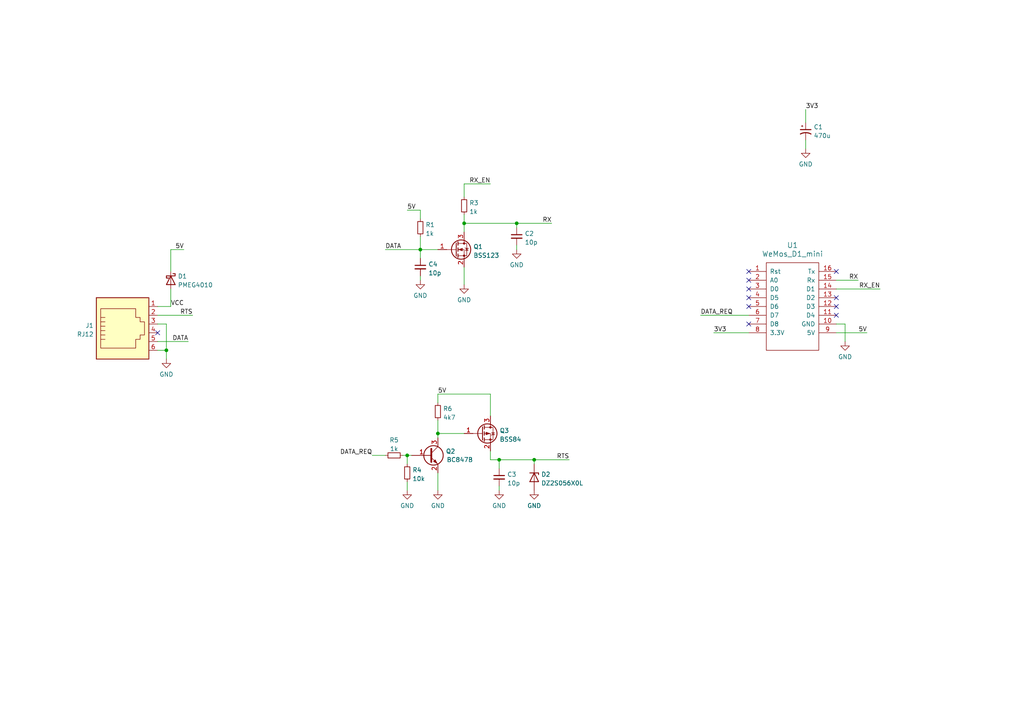
<source format=kicad_sch>
(kicad_sch (version 20211123) (generator eeschema)
  (paper "A4")
  (lib_symbols
    (symbol "Connector:RJ12" (pin_names (offset 1.016))
      (property "Reference" "J" (at -5.08 11.43 0))
      (property "Value" "RJ12" (at 2.54 11.43 0))
      (symbol "RJ12_0_1"
        (polyline (pts (xy -6.35 -1.905) (xy -5.08 -1.905) (xy -5.08 -1.905)))
        (polyline (pts (xy -6.35 -0.635) (xy -5.08 -0.635) (xy -5.08 -0.635)))
        (polyline (pts (xy -6.35 0.635) (xy -5.08 0.635) (xy -5.08 0.635)))
        (polyline (pts (xy -6.35 1.905) (xy -5.08 1.905) (xy -5.08 1.905)))
        (polyline (pts (xy -6.35 3.175) (xy -5.08 3.175) (xy -5.08 3.175)))
        (polyline (pts (xy -5.08 4.445) (xy -6.35 4.445) (xy -6.35 4.445)))
        (polyline (pts (xy -6.35 -4.445) (xy -6.35 6.985) (xy 3.81 6.985) (xy 3.81 4.445) (xy 5.08 4.445) (xy 5.08 3.175) (xy 6.35 3.175) (xy 6.35 -0.635) (xy 5.08 -0.635) (xy 5.08 -1.905) (xy 3.81 -1.905) (xy 3.81 -4.445) (xy -6.35 -4.445) (xy -6.35 -4.445)))
        (rectangle (start 7.62 10.16) (end -7.62 -7.62) (stroke (width 0.254)) (fill (type background)))
      )
      (symbol "RJ12_1_1"
        (pin passive line (at 10.16 -5.08 180) (length 2.54) (name "~") (number "1"))
        (pin passive line (at 10.16 -2.54 180) (length 2.54) (name "~") (number "2"))
        (pin passive line (at 10.16 0 180) (length 2.54) (name "~") (number "3"))
        (pin passive line (at 10.16 2.54 180) (length 2.54) (name "~") (number "4"))
        (pin passive line (at 10.16 5.08 180) (length 2.54) (name "~") (number "5"))
        (pin passive line (at 10.16 7.62 180) (length 2.54) (name "~") (number "6"))
      )
    )
    (symbol "Diode:DZ2S056X0L" (pin_numbers hide) (pin_names hide)
      (property "Reference" "D" (at 0 2.54 0))
      (property "Value" "DZ2S056X0L" (at 0 -2.54 0))
      (symbol "DZ2S056X0L_0_1"
        (polyline (pts (xy 1.27 0) (xy -1.27 0)))
        (polyline (pts (xy -1.27 -1.27) (xy -1.27 1.27) (xy -0.762 1.27)) (stroke (width 0.254)))
        (polyline (pts (xy 1.27 -1.27) (xy 1.27 1.27) (xy -1.27 0) (xy 1.27 -1.27)) (stroke (width 0.254)))
      )
      (symbol "DZ2S056X0L_1_1"
        (pin passive line (at -3.81 0 0) (length 2.54) (name "K") (number "1"))
        (pin passive line (at 3.81 0 180) (length 2.54) (name "A") (number "2"))
      )
    )
    (symbol "Transistor_BJT:BC847" (pin_names (offset 0) hide)
      (property "Reference" "Q" (at 5.08 1.905 0))
      (property "Value" "BC847" (at 5.08 0 0))
      (symbol "BC847_0_1"
        (polyline (pts (xy 0.635 0.635) (xy 2.54 2.54)))
        (polyline (pts (xy 0.635 -0.635) (xy 2.54 -2.54) (xy 2.54 -2.54)))
        (polyline (pts (xy 0.635 1.905) (xy 0.635 -1.905) (xy 0.635 -1.905)) (stroke (width 0.508)))
        (polyline (pts (xy 1.27 -1.778) (xy 1.778 -1.27) (xy 2.286 -2.286) (xy 1.27 -1.778) (xy 1.27 -1.778)) (fill (type outline)))
        (circle (center 1.27 0) (radius 2.8194) (stroke (width 0.254)))
      )
      (symbol "BC847_1_1"
        (pin input line (at -5.08 0 0) (length 5.715) (name "B") (number "1"))
        (pin passive line (at 2.54 -5.08 90) (length 2.54) (name "E") (number "2"))
        (pin passive line (at 2.54 5.08 270) (length 2.54) (name "C") (number "3"))
      )
    )
    (symbol "Transistor_FET:BSS123" (pin_names hide)
      (property "Reference" "Q" (at 5.08 1.905 0))
      (property "Value" "BSS123" (at 5.08 0 0))
      (symbol "BSS123_0_1"
        (polyline (pts (xy 0.254 0) (xy -2.54 0)))
        (polyline (pts (xy 0.254 1.905) (xy 0.254 -1.905)) (stroke (width 0.254)))
        (polyline (pts (xy 0.762 -1.27) (xy 0.762 -2.286)) (stroke (width 0.254)))
        (polyline (pts (xy 0.762 0.508) (xy 0.762 -0.508)) (stroke (width 0.254)))
        (polyline (pts (xy 0.762 2.286) (xy 0.762 1.27)) (stroke (width 0.254)))
        (polyline (pts (xy 2.54 2.54) (xy 2.54 1.778)))
        (polyline (pts (xy 2.54 -2.54) (xy 2.54 0) (xy 0.762 0)))
        (polyline (pts (xy 0.762 -1.778) (xy 3.302 -1.778) (xy 3.302 1.778) (xy 0.762 1.778)))
        (polyline (pts (xy 1.016 0) (xy 2.032 0.381) (xy 2.032 -0.381) (xy 1.016 0)) (fill (type outline)))
        (polyline (pts (xy 2.794 0.508) (xy 2.921 0.381) (xy 3.683 0.381) (xy 3.81 0.254)))
        (polyline (pts (xy 3.302 0.381) (xy 2.921 -0.254) (xy 3.683 -0.254) (xy 3.302 0.381)))
        (circle (center 1.651 0) (radius 2.794) (stroke (width 0.254)))
        (circle (center 2.54 -1.778) (radius 0.254) (fill (type outline)))
        (circle (center 2.54 1.778) (radius 0.254) (fill (type outline)))
      )
      (symbol "BSS123_1_1"
        (pin input line (at -5.08 0 0) (length 2.54) (name "G") (number "1"))
        (pin passive line (at 2.54 -5.08 90) (length 2.54) (name "S") (number "2"))
        (pin passive line (at 2.54 5.08 270) (length 2.54) (name "D") (number "3"))
      )
    )
    (symbol "Transistor_FET:BSS84" (pin_names hide)
      (property "Reference" "Q" (at 5.08 1.905 0))
      (property "Value" "BSS84" (at 5.08 0 0))
      (symbol "BSS84_0_1"
        (polyline (pts (xy 0.254 0) (xy -2.54 0)))
        (polyline (pts (xy 0.254 1.905) (xy 0.254 -1.905)) (stroke (width 0.254)))
        (polyline (pts (xy 0.762 -1.27) (xy 0.762 -2.286)) (stroke (width 0.254)))
        (polyline (pts (xy 0.762 0.508) (xy 0.762 -0.508)) (stroke (width 0.254)))
        (polyline (pts (xy 0.762 2.286) (xy 0.762 1.27)) (stroke (width 0.254)))
        (polyline (pts (xy 2.54 2.54) (xy 2.54 1.778)))
        (polyline (pts (xy 2.54 -2.54) (xy 2.54 0) (xy 0.762 0)))
        (polyline (pts (xy 0.762 1.778) (xy 3.302 1.778) (xy 3.302 -1.778) (xy 0.762 -1.778)))
        (polyline (pts (xy 2.286 0) (xy 1.27 0.381) (xy 1.27 -0.381) (xy 2.286 0)) (fill (type outline)))
        (polyline (pts (xy 2.794 -0.508) (xy 2.921 -0.381) (xy 3.683 -0.381) (xy 3.81 -0.254)))
        (polyline (pts (xy 3.302 -0.381) (xy 2.921 0.254) (xy 3.683 0.254) (xy 3.302 -0.381)))
        (circle (center 1.651 0) (radius 2.794) (stroke (width 0.254)))
        (circle (center 2.54 -1.778) (radius 0.254) (fill (type outline)))
        (circle (center 2.54 1.778) (radius 0.254) (fill (type outline)))
      )
      (symbol "BSS84_1_1"
        (pin input line (at -5.08 0 0) (length 2.54) (name "G") (number "1"))
        (pin passive line (at 2.54 -5.08 90) (length 2.54) (name "S") (number "2"))
        (pin passive line (at 2.54 5.08 270) (length 2.54) (name "D") (number "3"))
      )
    )
    (symbol "agro-symbol:1N5819" (pin_numbers hide) (pin_names (offset 1.016) hide)
      (property "Reference" "D" (at 0 2.54 0))
      (property "Value" "1N5819" (at 0 -2.54 0))
      (symbol "1N5819_0_1"
        (polyline (pts (xy 1.27 0) (xy -1.27 0)))
        (polyline (pts (xy 1.27 1.27) (xy 1.27 -1.27) (xy -1.27 0) (xy 1.27 1.27)) (stroke (width 0.254)))
        (polyline (pts (xy -1.905 0.635) (xy -1.905 1.27) (xy -1.27 1.27) (xy -1.27 -1.27) (xy -0.635 -1.27) (xy -0.635 -0.635)) (stroke (width 0.254)))
      )
      (symbol "1N5819_1_1"
        (pin passive line (at -2.54 0 0) (length 2.54) (name "K") (number "1"))
        (pin passive line (at 2.54 0 180) (length 2.54) (name "A") (number "2"))
      )
    )
    (symbol "agro-symbol:CAP" (pin_numbers hide) (pin_names (offset 0.254) hide)
      (property "Reference" "C" (at 0.254 1.778 0))
      (property "Value" "CAP" (at 0.254 -2.032 0))
      (symbol "CAP_0_1"
        (polyline (pts (xy -1.524 -0.508) (xy 1.524 -0.508)) (stroke (width 0.3302)))
        (polyline (pts (xy -1.524 0.508) (xy 1.524 0.508)) (stroke (width 0.3048)))
      )
      (symbol "CAP_1_1"
        (pin passive line (at 0 2.54 270) (length 2.032) (name "~") (number "1"))
        (pin passive line (at 0 -2.54 90) (length 2.032) (name "~") (number "2"))
      )
    )
    (symbol "agro-symbol:CAP_POL" (pin_numbers hide) (pin_names (offset 0.254) hide)
      (property "Reference" "C" (at 0.254 1.778 0))
      (property "Value" "CAP_POL" (at 0.254 -2.032 0))
      (symbol "CAP_POL_0_1"
        (polyline (pts (xy -1.524 0.508) (xy 1.524 0.508)) (stroke (width 0.3048)))
        (polyline (pts (xy -1.27 1.524) (xy -0.762 1.524)))
        (polyline (pts (xy -1.016 1.27) (xy -1.016 1.778)))
        (arc (start 1.524 -0.762) (mid 0 -0.3734) (end -1.524 -0.762) (stroke (width 0.3048)))
      )
      (symbol "CAP_POL_1_1"
        (pin passive line (at 0 2.54 270) (length 2.032) (name "~") (number "1"))
        (pin passive line (at 0 -2.54 90) (length 2.032) (name "~") (number "2"))
      )
    )
    (symbol "agro-symbol:RES" (pin_numbers hide) (pin_names (offset 0.254) hide)
      (property "Reference" "R" (at 0.762 0.508 0))
      (property "Value" "RES" (at 0.762 -1.016 0))
      (symbol "RES_1_1"
        (rectangle (start -0.762 1.778) (end 0.762 -1.778) (stroke (width 0.2032)))
        (pin passive line (at 0 2.54 270) (length 0.762) (name "~") (number "1"))
        (pin passive line (at 0 -2.54 90) (length 0.762) (name "~") (number "2"))
      )
    )
    (symbol "kicad-wemos:WeMos_D1_mini" (pin_names (offset 1.016))
      (property "Reference" "U" (at 0 12.7 0))
      (property "Value" "WeMos_D1_mini" (at 0 -12.7 0))
      (property "Datasheet" "http://www.wemos.cc/Products/d1_mini.html" (at 13.97 -17.78 0))
      (symbol "WeMos_D1_mini_0_1"
        (rectangle (start -7.62 11.43) (end 7.62 -13.97))
      )
      (symbol "WeMos_D1_mini_1_1"
        (pin bidirectional line (at -12.7 8.89 0) (length 5.08) (name "Rst") (number "1"))
        (pin power_in line (at 12.7 -6.35 180) (length 5.08) (name "GND") (number "10"))
        (pin bidirectional line (at 12.7 -3.81 180) (length 5.08) (name "D4") (number "11"))
        (pin bidirectional line (at 12.7 -1.27 180) (length 5.08) (name "D3") (number "12"))
        (pin bidirectional line (at 12.7 1.27 180) (length 5.08) (name "D2") (number "13"))
        (pin bidirectional line (at 12.7 3.81 180) (length 5.08) (name "D1") (number "14"))
        (pin bidirectional line (at 12.7 6.35 180) (length 5.08) (name "Rx") (number "15"))
        (pin bidirectional line (at 12.7 8.89 180) (length 5.08) (name "Tx") (number "16"))
        (pin bidirectional line (at -12.7 6.35 0) (length 5.08) (name "A0") (number "2"))
        (pin bidirectional line (at -12.7 3.81 0) (length 5.08) (name "D0") (number "3"))
        (pin bidirectional line (at -12.7 1.27 0) (length 5.08) (name "D5") (number "4"))
        (pin bidirectional line (at -12.7 -1.27 0) (length 5.08) (name "D6") (number "5"))
        (pin bidirectional line (at -12.7 -3.81 0) (length 5.08) (name "D7") (number "6"))
        (pin bidirectional line (at -12.7 -6.35 0) (length 5.08) (name "D8") (number "7"))
        (pin power_out line (at -12.7 -8.89 0) (length 5.08) (name "3.3V") (number "8"))
        (pin power_in line (at 12.7 -8.89 180) (length 5.08) (name "5V") (number "9"))
      )
    )
    (symbol "power:GND" (power) (pin_names (offset 0))
      (property "Value" "GND" (at 0 -3.81 0))
      (symbol "GND_0_1"
        (polyline (pts (xy 0 0) (xy 0 -1.27) (xy 1.27 -1.27) (xy 0 -2.54) (xy -1.27 -1.27) (xy 0 -1.27)))
      )
      (symbol "GND_1_1"
        (pin power_in line (at 0 0 270) (length 0) hide (name "GND") (number "1"))
      )
    )
  )
  (junction (at 118.11 132.08))
  (junction (at 127 125.73))
  (junction (at 149.86 64.77))
  (junction (at 134.62 64.77))
  (junction (at 121.92 72.39))
  (junction (at 144.78 133.35))
  (junction (at 154.94 133.35))
  (junction (at 48.26 101.6))
  (no_connect (at 217.17 88.9))
  (no_connect (at 242.57 78.74))
  (no_connect (at 217.17 83.82))
  (no_connect (at 217.17 86.36))
  (no_connect (at 45.72 96.52))
  (no_connect (at 217.17 78.74))
  (no_connect (at 242.57 88.9))
  (no_connect (at 242.57 86.36))
  (no_connect (at 217.17 93.98))
  (no_connect (at 242.57 91.44))
  (no_connect (at 217.17 81.28))
  (wire (pts (xy 134.62 57.15) (xy 134.62 53.34)))
  (wire (pts (xy 134.62 62.23) (xy 134.62 64.77)))
  (wire (pts (xy 45.72 101.6) (xy 48.26 101.6)))
  (wire (pts (xy 121.92 72.39) (xy 121.92 74.93)))
  (wire (pts (xy 127 114.3) (xy 142.24 114.3)))
  (wire (pts (xy 142.24 114.3) (xy 142.24 120.65)))
  (wire (pts (xy 48.26 101.6) (xy 48.26 104.14)))
  (wire (pts (xy 149.86 72.39) (xy 149.86 71.12)))
  (wire (pts (xy 217.17 96.52) (xy 207.01 96.52)))
  (wire (pts (xy 242.57 96.52) (xy 251.46 96.52)))
  (wire (pts (xy 242.57 93.98) (xy 245.11 93.98)))
  (wire (pts (xy 127 125.73) (xy 134.62 125.73)))
  (wire (pts (xy 127 137.16) (xy 127 142.24)))
  (wire (pts (xy 134.62 53.34) (xy 142.24 53.34)))
  (wire (pts (xy 245.11 93.98) (xy 245.11 99.06)))
  (wire (pts (xy 107.95 132.08) (xy 111.76 132.08)))
  (wire (pts (xy 144.78 142.24) (xy 144.78 140.97)))
  (wire (pts (xy 116.84 132.08) (xy 118.11 132.08)))
  (wire (pts (xy 118.11 132.08) (xy 118.11 134.62)))
  (wire (pts (xy 242.57 83.82) (xy 255.27 83.82)))
  (wire (pts (xy 134.62 64.77) (xy 134.62 67.31)))
  (wire (pts (xy 45.72 88.9) (xy 49.53 88.9)))
  (wire (pts (xy 233.68 40.64) (xy 233.68 43.18)))
  (wire (pts (xy 111.76 72.39) (xy 121.92 72.39)))
  (wire (pts (xy 149.86 64.77) (xy 160.02 64.77)))
  (wire (pts (xy 118.11 139.7) (xy 118.11 142.24)))
  (wire (pts (xy 134.62 77.47) (xy 134.62 82.55)))
  (wire (pts (xy 49.53 78.74) (xy 49.53 72.39)))
  (wire (pts (xy 118.11 132.08) (xy 119.38 132.08)))
  (wire (pts (xy 233.68 31.75) (xy 233.68 35.56)))
  (wire (pts (xy 121.92 63.5) (xy 121.92 60.96)))
  (wire (pts (xy 49.53 72.39) (xy 53.34 72.39)))
  (wire (pts (xy 121.92 80.01) (xy 121.92 81.28)))
  (wire (pts (xy 149.86 66.04) (xy 149.86 64.77)))
  (wire (pts (xy 118.11 60.96) (xy 121.92 60.96)))
  (wire (pts (xy 45.72 99.06) (xy 54.61 99.06)))
  (wire (pts (xy 127 121.92) (xy 127 125.73)))
  (wire (pts (xy 242.57 81.28) (xy 248.92 81.28)))
  (wire (pts (xy 154.94 133.35) (xy 154.94 134.62)))
  (wire (pts (xy 144.78 135.89) (xy 144.78 133.35)))
  (wire (pts (xy 154.94 133.35) (xy 165.1 133.35)))
  (wire (pts (xy 203.2 91.44) (xy 217.17 91.44)))
  (wire (pts (xy 142.24 130.81) (xy 142.24 133.35)))
  (wire (pts (xy 45.72 93.98) (xy 48.26 93.98)))
  (wire (pts (xy 142.24 133.35) (xy 144.78 133.35)))
  (wire (pts (xy 48.26 93.98) (xy 48.26 101.6)))
  (wire (pts (xy 127 114.3) (xy 127 116.84)))
  (wire (pts (xy 121.92 68.58) (xy 121.92 72.39)))
  (wire (pts (xy 127 125.73) (xy 127 127)))
  (wire (pts (xy 121.92 72.39) (xy 127 72.39)))
  (wire (pts (xy 45.72 91.44) (xy 55.88 91.44)))
  (wire (pts (xy 134.62 64.77) (xy 149.86 64.77)))
  (wire (pts (xy 144.78 133.35) (xy 154.94 133.35)))
  (wire (pts (xy 49.53 88.9) (xy 49.53 83.82)))
  (label "5V" (at 53.34 72.39 180))
  (label "DATA_REQ" (at 203.2 91.44 0))
  (label "5V" (at 118.11 60.96 0))
  (label "RX" (at 160.02 64.77 180))
  (label "RTS" (at 165.1 133.35 180))
  (label "RX_EN" (at 255.27 83.82 180))
  (label "DATA" (at 111.76 72.39 0))
  (label "RX_EN" (at 142.24 53.34 180))
  (label "RX" (at 248.92 81.28 180))
  (label "5V" (at 251.46 96.52 180))
  (label "DATA" (at 54.61 99.06 180))
  (label "VCC" (at 49.53 88.9 0))
  (label "DATA_REQ" (at 107.95 132.08 180))
  (label "RTS" (at 55.88 91.44 180))
  (label "3V3" (at 233.68 31.75 0))
  (label "3V3" (at 207.01 96.52 0))
  (label "5V" (at 127 114.3 0))
  (symbol (lib_id "agro-symbol:RES") (at 134.62 59.69 0) (unit 1)
    (property "Reference" "R3" (at 136.1186 58.8553 0) (effects (justify left)))
    (property "Value" "1k" (at 136.1186 61.3922 0) (effects (justify left)))
    (property "Footprint" "agro-footprint:RES_0805" (effects hide))
  )
  (symbol (lib_id "power:GND") (at 245.11 99.06 0) (unit 1)
    (property "Reference" "#PWR0103" (effects hide))
    (property "Value" "GND" (at 245.11 103.5034 0))
  )
  (symbol (lib_id "power:GND") (at 121.92 81.28 0) (unit 1)
    (property "Reference" "#PWR0110" (effects hide))
    (property "Value" "GND" (at 121.92 85.7234 0))
  )
  (symbol (lib_id "agro-symbol:RES") (at 118.11 137.16 0) (unit 1)
    (property "Reference" "R4" (at 119.6086 136.3253 0) (effects (justify left)))
    (property "Value" "10k" (at 119.6086 138.8622 0) (effects (justify left)))
    (property "Footprint" "agro-footprint:RES_0805" (effects hide))
  )
  (symbol (lib_id "agro-symbol:CAP") (at 121.92 77.47 0) (unit 1)
    (property "Reference" "C4" (at 124.2441 76.6416 0) (effects (justify left)))
    (property "Value" "10p" (at 124.2441 79.1785 0) (effects (justify left)))
    (property "Footprint" "agro-footprint:CAP_0805" (effects hide))
  )
  (symbol (lib_id "power:GND") (at 233.68 43.18 0) (unit 1)
    (property "Reference" "#PWR0104" (effects hide))
    (property "Value" "GND" (at 233.68 47.6234 0))
  )
  (symbol (lib_id "power:GND") (at 149.86 72.39 0) (unit 1)
    (property "Reference" "#PWR0105" (effects hide))
    (property "Value" "GND" (at 149.86 76.8334 0))
  )
  (symbol (lib_id "Connector:RJ12") (at 35.56 93.98 0) (mirror x) (unit 1)
    (property "Reference" "J1" (at 27.1781 94.4153 0) (effects (justify right)))
    (property "Value" "RJ12" (at 27.1781 96.9522 0) (effects (justify right)))
    (property "Footprint" "Connector_RJ:RJ25_Wayconn_MJEA-660X1_Horizontal" (effects hide))
  )
  (symbol (lib_id "Diode:DZ2S056X0L") (at 154.94 138.43 270) (unit 1)
    (property "Reference" "D2" (at 156.972 137.5953 90) (effects (justify left)))
    (property "Value" "DZ2S056X0L" (at 156.972 140.1322 90) (effects (justify left)))
    (property "Footprint" "Diode_SMD:D_SOD-523" (effects hide))
    (property "Datasheet" "https://industrial.panasonic.com/content/data/SC/ds/ds4/DZ2S05600L_E.pdf" (effects hide))
  )
  (symbol (lib_id "agro-symbol:CAP_POL") (at 233.68 38.1 0) (unit 1)
    (property "Reference" "C1" (at 235.9914 36.8335 0) (effects (justify left)))
    (property "Value" "470u" (at 235.9914 39.3704 0) (effects (justify left)))
    (property "Footprint" "Capacitor_THT:C_Radial_D8.0mm_H11.5mm_P3.50mm" (effects hide))
  )
  (symbol (lib_id "Transistor_FET:BSS84") (at 139.7 125.73 0) (unit 1)
    (property "Reference" "Q3" (at 144.907 124.8953 0) (effects (justify left)))
    (property "Value" "BSS84" (at 144.907 127.4322 0) (effects (justify left)))
    (property "Footprint" "Package_TO_SOT_SMD:SOT-23" (effects hide))
    (property "Datasheet" "http://assets.nexperia.com/documents/data-sheet/BSS84.pdf" (effects hide))
  )
  (symbol (lib_id "agro-symbol:RES") (at 127 119.38 0) (unit 1)
    (property "Reference" "R6" (at 128.4986 118.5453 0) (effects (justify left)))
    (property "Value" "4k7" (at 128.4986 121.0822 0) (effects (justify left)))
    (property "Footprint" "agro-footprint:RES_0805" (effects hide))
  )
  (symbol (lib_id "power:GND") (at 144.78 142.24 0) (unit 1)
    (property "Reference" "#PWR0108" (effects hide))
    (property "Value" "GND" (at 144.78 146.6834 0))
  )
  (symbol (lib_id "power:GND") (at 134.62 82.55 0) (unit 1)
    (property "Reference" "#PWR0102" (effects hide))
    (property "Value" "GND" (at 134.62 86.9934 0))
  )
  (symbol (lib_id "agro-symbol:RES") (at 114.3 132.08 90) (unit 1)
    (property "Reference" "R5" (at 114.3 127.6436 90))
    (property "Value" "1k" (at 114.3 130.1805 90))
    (property "Footprint" "agro-footprint:RES_0805" (effects hide))
  )
  (symbol (lib_id "kicad-wemos:WeMos_D1_mini") (at 229.87 87.63 0) (unit 1)
    (property "Reference" "U1" (at 229.87 71.12 0) (effects (font (size 1.524 1.524))))
    (property "Value" "WeMos_D1_mini" (at 229.87 73.66 0) (effects (font (size 1.524 1.524))))
    (property "Footprint" "Module:WEMOS_D1_mini_light" (effects hide))
    (property "Datasheet" "http://www.wemos.cc/Products/d1_mini.html" (effects hide))
  )
  (symbol (lib_id "power:GND") (at 48.26 104.14 0) (unit 1)
    (property "Reference" "#PWR0101" (effects hide))
    (property "Value" "GND" (at 48.26 108.5834 0))
  )
  (symbol (lib_id "power:GND") (at 154.94 142.24 0) (unit 1)
    (property "Reference" "#PWR0107" (effects hide))
    (property "Value" "GND" (at 154.94 146.6834 0))
  )
  (symbol (lib_id "power:GND") (at 118.11 142.24 0) (unit 1)
    (property "Reference" "#PWR0109" (effects hide))
    (property "Value" "GND" (at 118.11 146.6834 0))
  )
  (symbol (lib_id "agro-symbol:CAP") (at 149.86 68.58 0) (unit 1)
    (property "Reference" "C2" (at 152.1841 67.7516 0) (effects (justify left)))
    (property "Value" "10p" (at 152.1841 70.2885 0) (effects (justify left)))
    (property "Footprint" "agro-footprint:CAP_0805" (effects hide))
  )
  (symbol (lib_id "agro-symbol:CAP") (at 144.78 138.43 0) (unit 1)
    (property "Reference" "C3" (at 147.1041 137.6016 0) (effects (justify left)))
    (property "Value" "10p" (at 147.1041 140.1385 0) (effects (justify left)))
    (property "Footprint" "agro-footprint:CAP_0805" (effects hide))
  )
  (symbol (lib_id "power:GND") (at 127 142.24 0) (unit 1)
    (property "Reference" "#PWR0106" (effects hide))
    (property "Value" "GND" (at 127 146.6834 0))
  )
  (symbol (lib_id "agro-symbol:1N5819") (at 49.53 81.28 270) (unit 1)
    (property "Reference" "D1" (at 51.562 80.1278 90) (effects (justify left)))
    (property "Value" "PMEG4010" (at 51.562 82.6647 90) (effects (justify left)))
    (property "Footprint" "Diode_SMD:D_SOD-128" (effects hide))
    (property "Datasheet" "https://hu.mouser.com/datasheet/2/916/PMEG4010EP-1543925.pdf" (effects hide))
    (property "Manufacturer" "Nexperia" (effects hide))
    (property "MPN" "PMEG4010EP,115" (effects hide))
  )
  (symbol (lib_id "Transistor_FET:BSS123") (at 132.08 72.39 0) (unit 1)
    (property "Reference" "Q1" (at 137.287 71.5553 0) (effects (justify left)))
    (property "Value" "BSS123" (at 137.287 74.0922 0) (effects (justify left)))
    (property "Footprint" "Package_TO_SOT_SMD:SOT-23" (effects hide))
    (property "Datasheet" "http://www.diodes.com/assets/Datasheets/ds30366.pdf" (effects hide))
  )
  (symbol (lib_id "agro-symbol:RES") (at 121.92 66.04 0) (unit 1)
    (property "Reference" "R1" (at 123.4186 65.2053 0) (effects (justify left)))
    (property "Value" "1k" (at 123.4186 67.7422 0) (effects (justify left)))
    (property "Footprint" "agro-footprint:RES_0805" (effects hide))
  )
  (symbol (lib_id "Transistor_BJT:BC847") (at 124.46 132.08 0) (unit 1)
    (property "Reference" "Q2" (at 129.3114 130.9116 0) (effects (justify left)))
    (property "Value" "BC847B" (at 129.54 133.35 0) (effects (justify left)))
    (property "Footprint" "Package_TO_SOT_SMD:SOT-23" (effects hide))
    (property "Datasheet" "https://datasheet.lcsc.com/lcsc/1810301520_onsemi-BC847BLT1G_C94393.pdf" (effects hide))
    (property "Manufacturer" "onsemi" (effects hide))
    (property "MPN" "BC847BLT1G" (effects hide))
    (property "LCSC" "C94393" (effects hide))
    (property "Supplier" "LCSC" (effects hide))
  )
)
</source>
